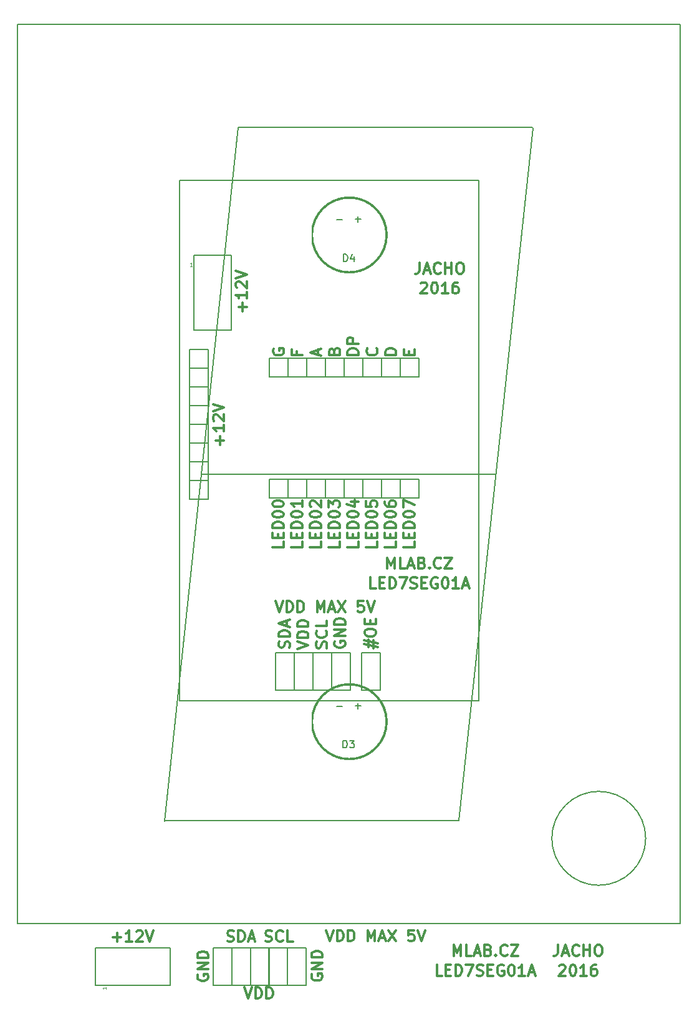
<source format=gbr>
G04 #@! TF.FileFunction,Legend,Top*
%FSLAX46Y46*%
G04 Gerber Fmt 4.6, Leading zero omitted, Abs format (unit mm)*
G04 Created by KiCad (PCBNEW 4.0.1-stable) date 6. 6. 2016 12:29:04*
%MOMM*%
G01*
G04 APERTURE LIST*
%ADD10C,0.500000*%
%ADD11C,0.300000*%
%ADD12C,0.200000*%
%ADD13C,0.150000*%
%ADD14C,0.050000*%
G04 APERTURE END LIST*
D10*
D11*
X50898172Y58859029D02*
X50898172Y60359029D01*
X51398172Y59287600D01*
X51898172Y60359029D01*
X51898172Y58859029D01*
X53326744Y58859029D02*
X52612458Y58859029D01*
X52612458Y60359029D01*
X53755315Y59287600D02*
X54469601Y59287600D01*
X53612458Y58859029D02*
X54112458Y60359029D01*
X54612458Y58859029D01*
X55612458Y59644743D02*
X55826744Y59573314D01*
X55898172Y59501886D01*
X55969601Y59359029D01*
X55969601Y59144743D01*
X55898172Y59001886D01*
X55826744Y58930457D01*
X55683886Y58859029D01*
X55112458Y58859029D01*
X55112458Y60359029D01*
X55612458Y60359029D01*
X55755315Y60287600D01*
X55826744Y60216171D01*
X55898172Y60073314D01*
X55898172Y59930457D01*
X55826744Y59787600D01*
X55755315Y59716171D01*
X55612458Y59644743D01*
X55112458Y59644743D01*
X56612458Y59001886D02*
X56683886Y58930457D01*
X56612458Y58859029D01*
X56541029Y58930457D01*
X56612458Y59001886D01*
X56612458Y58859029D01*
X58183887Y59001886D02*
X58112458Y58930457D01*
X57898172Y58859029D01*
X57755315Y58859029D01*
X57541030Y58930457D01*
X57398172Y59073314D01*
X57326744Y59216171D01*
X57255315Y59501886D01*
X57255315Y59716171D01*
X57326744Y60001886D01*
X57398172Y60144743D01*
X57541030Y60287600D01*
X57755315Y60359029D01*
X57898172Y60359029D01*
X58112458Y60287600D01*
X58183887Y60216171D01*
X58683887Y60359029D02*
X59683887Y60359029D01*
X58683887Y58859029D01*
X59683887Y58859029D01*
X49326744Y56166629D02*
X48612458Y56166629D01*
X48612458Y57666629D01*
X49826744Y56952343D02*
X50326744Y56952343D01*
X50541030Y56166629D02*
X49826744Y56166629D01*
X49826744Y57666629D01*
X50541030Y57666629D01*
X51183887Y56166629D02*
X51183887Y57666629D01*
X51541030Y57666629D01*
X51755315Y57595200D01*
X51898173Y57452343D01*
X51969601Y57309486D01*
X52041030Y57023771D01*
X52041030Y56809486D01*
X51969601Y56523771D01*
X51898173Y56380914D01*
X51755315Y56238057D01*
X51541030Y56166629D01*
X51183887Y56166629D01*
X52541030Y57666629D02*
X53541030Y57666629D01*
X52898173Y56166629D01*
X54041029Y56238057D02*
X54255315Y56166629D01*
X54612458Y56166629D01*
X54755315Y56238057D01*
X54826744Y56309486D01*
X54898172Y56452343D01*
X54898172Y56595200D01*
X54826744Y56738057D01*
X54755315Y56809486D01*
X54612458Y56880914D01*
X54326744Y56952343D01*
X54183886Y57023771D01*
X54112458Y57095200D01*
X54041029Y57238057D01*
X54041029Y57380914D01*
X54112458Y57523771D01*
X54183886Y57595200D01*
X54326744Y57666629D01*
X54683886Y57666629D01*
X54898172Y57595200D01*
X55541029Y56952343D02*
X56041029Y56952343D01*
X56255315Y56166629D02*
X55541029Y56166629D01*
X55541029Y57666629D01*
X56255315Y57666629D01*
X57683886Y57595200D02*
X57541029Y57666629D01*
X57326743Y57666629D01*
X57112458Y57595200D01*
X56969600Y57452343D01*
X56898172Y57309486D01*
X56826743Y57023771D01*
X56826743Y56809486D01*
X56898172Y56523771D01*
X56969600Y56380914D01*
X57112458Y56238057D01*
X57326743Y56166629D01*
X57469600Y56166629D01*
X57683886Y56238057D01*
X57755315Y56309486D01*
X57755315Y56809486D01*
X57469600Y56809486D01*
X58683886Y57666629D02*
X58826743Y57666629D01*
X58969600Y57595200D01*
X59041029Y57523771D01*
X59112458Y57380914D01*
X59183886Y57095200D01*
X59183886Y56738057D01*
X59112458Y56452343D01*
X59041029Y56309486D01*
X58969600Y56238057D01*
X58826743Y56166629D01*
X58683886Y56166629D01*
X58541029Y56238057D01*
X58469600Y56309486D01*
X58398172Y56452343D01*
X58326743Y56738057D01*
X58326743Y57095200D01*
X58398172Y57380914D01*
X58469600Y57523771D01*
X58541029Y57595200D01*
X58683886Y57666629D01*
X60612457Y56166629D02*
X59755314Y56166629D01*
X60183886Y56166629D02*
X60183886Y57666629D01*
X60041029Y57452343D01*
X59898171Y57309486D01*
X59755314Y57238057D01*
X61183885Y56595200D02*
X61898171Y56595200D01*
X61041028Y56166629D02*
X61541028Y57666629D01*
X62041028Y56166629D01*
X55263600Y100389429D02*
X55263600Y99318000D01*
X55192172Y99103714D01*
X55049315Y98960857D01*
X54835029Y98889429D01*
X54692172Y98889429D01*
X55906457Y99318000D02*
X56620743Y99318000D01*
X55763600Y98889429D02*
X56263600Y100389429D01*
X56763600Y98889429D01*
X58120743Y99032286D02*
X58049314Y98960857D01*
X57835028Y98889429D01*
X57692171Y98889429D01*
X57477886Y98960857D01*
X57335028Y99103714D01*
X57263600Y99246571D01*
X57192171Y99532286D01*
X57192171Y99746571D01*
X57263600Y100032286D01*
X57335028Y100175143D01*
X57477886Y100318000D01*
X57692171Y100389429D01*
X57835028Y100389429D01*
X58049314Y100318000D01*
X58120743Y100246571D01*
X58763600Y98889429D02*
X58763600Y100389429D01*
X58763600Y99675143D02*
X59620743Y99675143D01*
X59620743Y98889429D02*
X59620743Y100389429D01*
X60620743Y100389429D02*
X60906457Y100389429D01*
X61049315Y100318000D01*
X61192172Y100175143D01*
X61263600Y99889429D01*
X61263600Y99389429D01*
X61192172Y99103714D01*
X61049315Y98960857D01*
X60906457Y98889429D01*
X60620743Y98889429D01*
X60477886Y98960857D01*
X60335029Y99103714D01*
X60263600Y99389429D01*
X60263600Y99889429D01*
X60335029Y100175143D01*
X60477886Y100318000D01*
X60620743Y100389429D01*
X55442172Y97554171D02*
X55513601Y97625600D01*
X55656458Y97697029D01*
X56013601Y97697029D01*
X56156458Y97625600D01*
X56227887Y97554171D01*
X56299315Y97411314D01*
X56299315Y97268457D01*
X56227887Y97054171D01*
X55370744Y96197029D01*
X56299315Y96197029D01*
X57227886Y97697029D02*
X57370743Y97697029D01*
X57513600Y97625600D01*
X57585029Y97554171D01*
X57656458Y97411314D01*
X57727886Y97125600D01*
X57727886Y96768457D01*
X57656458Y96482743D01*
X57585029Y96339886D01*
X57513600Y96268457D01*
X57370743Y96197029D01*
X57227886Y96197029D01*
X57085029Y96268457D01*
X57013600Y96339886D01*
X56942172Y96482743D01*
X56870743Y96768457D01*
X56870743Y97125600D01*
X56942172Y97411314D01*
X57013600Y97554171D01*
X57085029Y97625600D01*
X57227886Y97697029D01*
X59156457Y96197029D02*
X58299314Y96197029D01*
X58727886Y96197029D02*
X58727886Y97697029D01*
X58585029Y97482743D01*
X58442171Y97339886D01*
X58299314Y97268457D01*
X60442171Y97697029D02*
X60156457Y97697029D01*
X60013600Y97625600D01*
X59942171Y97554171D01*
X59799314Y97339886D01*
X59727885Y97054171D01*
X59727885Y96482743D01*
X59799314Y96339886D01*
X59870742Y96268457D01*
X60013600Y96197029D01*
X60299314Y96197029D01*
X60442171Y96268457D01*
X60513600Y96339886D01*
X60585028Y96482743D01*
X60585028Y96839886D01*
X60513600Y96982743D01*
X60442171Y97054171D01*
X60299314Y97125600D01*
X60013600Y97125600D01*
X59870742Y97054171D01*
X59799314Y96982743D01*
X59727885Y96839886D01*
X35703715Y54466229D02*
X36203715Y52966229D01*
X36703715Y54466229D01*
X37203715Y52966229D02*
X37203715Y54466229D01*
X37560858Y54466229D01*
X37775143Y54394800D01*
X37918001Y54251943D01*
X37989429Y54109086D01*
X38060858Y53823371D01*
X38060858Y53609086D01*
X37989429Y53323371D01*
X37918001Y53180514D01*
X37775143Y53037657D01*
X37560858Y52966229D01*
X37203715Y52966229D01*
X38703715Y52966229D02*
X38703715Y54466229D01*
X39060858Y54466229D01*
X39275143Y54394800D01*
X39418001Y54251943D01*
X39489429Y54109086D01*
X39560858Y53823371D01*
X39560858Y53609086D01*
X39489429Y53323371D01*
X39418001Y53180514D01*
X39275143Y53037657D01*
X39060858Y52966229D01*
X38703715Y52966229D01*
X41346572Y52966229D02*
X41346572Y54466229D01*
X41846572Y53394800D01*
X42346572Y54466229D01*
X42346572Y52966229D01*
X42989429Y53394800D02*
X43703715Y53394800D01*
X42846572Y52966229D02*
X43346572Y54466229D01*
X43846572Y52966229D01*
X44203715Y54466229D02*
X45203715Y52966229D01*
X45203715Y54466229D02*
X44203715Y52966229D01*
X47632286Y54466229D02*
X46918000Y54466229D01*
X46846571Y53751943D01*
X46918000Y53823371D01*
X47060857Y53894800D01*
X47418000Y53894800D01*
X47560857Y53823371D01*
X47632286Y53751943D01*
X47703714Y53609086D01*
X47703714Y53251943D01*
X47632286Y53109086D01*
X47560857Y53037657D01*
X47418000Y52966229D01*
X47060857Y52966229D01*
X46918000Y53037657D01*
X46846571Y53109086D01*
X48132285Y54466229D02*
X48632285Y52966229D01*
X49132285Y54466229D01*
X53842457Y87885543D02*
X53842457Y88385543D01*
X54628171Y88599829D02*
X54628171Y87885543D01*
X53128171Y87885543D01*
X53128171Y88599829D01*
X52088171Y87885543D02*
X50588171Y87885543D01*
X50588171Y88242686D01*
X50659600Y88456971D01*
X50802457Y88599829D01*
X50945314Y88671257D01*
X51231029Y88742686D01*
X51445314Y88742686D01*
X51731029Y88671257D01*
X51873886Y88599829D01*
X52016743Y88456971D01*
X52088171Y88242686D01*
X52088171Y87885543D01*
X49405314Y88742686D02*
X49476743Y88671257D01*
X49548171Y88456971D01*
X49548171Y88314114D01*
X49476743Y88099829D01*
X49333886Y87956971D01*
X49191029Y87885543D01*
X48905314Y87814114D01*
X48691029Y87814114D01*
X48405314Y87885543D01*
X48262457Y87956971D01*
X48119600Y88099829D01*
X48048171Y88314114D01*
X48048171Y88456971D01*
X48119600Y88671257D01*
X48191029Y88742686D01*
X46957371Y87885543D02*
X45457371Y87885543D01*
X45457371Y88242686D01*
X45528800Y88456971D01*
X45671657Y88599829D01*
X45814514Y88671257D01*
X46100229Y88742686D01*
X46314514Y88742686D01*
X46600229Y88671257D01*
X46743086Y88599829D01*
X46885943Y88456971D01*
X46957371Y88242686D01*
X46957371Y87885543D01*
X46957371Y89385543D02*
X45457371Y89385543D01*
X45457371Y89956971D01*
X45528800Y90099829D01*
X45600229Y90171257D01*
X45743086Y90242686D01*
X45957371Y90242686D01*
X46100229Y90171257D01*
X46171657Y90099829D01*
X46243086Y89956971D01*
X46243086Y89385543D01*
X43682457Y88385543D02*
X43753886Y88599829D01*
X43825314Y88671257D01*
X43968171Y88742686D01*
X44182457Y88742686D01*
X44325314Y88671257D01*
X44396743Y88599829D01*
X44468171Y88456971D01*
X44468171Y87885543D01*
X42968171Y87885543D01*
X42968171Y88385543D01*
X43039600Y88528400D01*
X43111029Y88599829D01*
X43253886Y88671257D01*
X43396743Y88671257D01*
X43539600Y88599829D01*
X43611029Y88528400D01*
X43682457Y88385543D01*
X43682457Y87885543D01*
X41499600Y87864914D02*
X41499600Y88579200D01*
X41928171Y87722057D02*
X40428171Y88222057D01*
X41928171Y88722057D01*
X38602457Y88385543D02*
X38602457Y87885543D01*
X39388171Y87885543D02*
X37888171Y87885543D01*
X37888171Y88599829D01*
X35419600Y88671257D02*
X35348171Y88528400D01*
X35348171Y88314114D01*
X35419600Y88099829D01*
X35562457Y87956971D01*
X35705314Y87885543D01*
X35991029Y87814114D01*
X36205314Y87814114D01*
X36491029Y87885543D01*
X36633886Y87956971D01*
X36776743Y88099829D01*
X36848171Y88314114D01*
X36848171Y88456971D01*
X36776743Y88671257D01*
X36705314Y88742686D01*
X36205314Y88742686D01*
X36205314Y88456971D01*
X31247543Y93775544D02*
X31247543Y94918401D01*
X31818971Y94346972D02*
X30676114Y94346972D01*
X31818971Y96418401D02*
X31818971Y95561258D01*
X31818971Y95989830D02*
X30318971Y95989830D01*
X30533257Y95846973D01*
X30676114Y95704115D01*
X30747543Y95561258D01*
X30461829Y96989829D02*
X30390400Y97061258D01*
X30318971Y97204115D01*
X30318971Y97561258D01*
X30390400Y97704115D01*
X30461829Y97775544D01*
X30604686Y97846972D01*
X30747543Y97846972D01*
X30961829Y97775544D01*
X31818971Y96918401D01*
X31818971Y97846972D01*
X30318971Y98275543D02*
X31818971Y98775543D01*
X30318971Y99275543D01*
X28148743Y75690744D02*
X28148743Y76833601D01*
X28720171Y76262172D02*
X27577314Y76262172D01*
X28720171Y78333601D02*
X28720171Y77476458D01*
X28720171Y77905030D02*
X27220171Y77905030D01*
X27434457Y77762173D01*
X27577314Y77619315D01*
X27648743Y77476458D01*
X27363029Y78905029D02*
X27291600Y78976458D01*
X27220171Y79119315D01*
X27220171Y79476458D01*
X27291600Y79619315D01*
X27363029Y79690744D01*
X27505886Y79762172D01*
X27648743Y79762172D01*
X27863029Y79690744D01*
X28720171Y78833601D01*
X28720171Y79762172D01*
X27220171Y80190743D02*
X28720171Y80690743D01*
X27220171Y81190743D01*
X54577371Y62519658D02*
X54577371Y61805372D01*
X53077371Y61805372D01*
X53791657Y63019658D02*
X53791657Y63519658D01*
X54577371Y63733944D02*
X54577371Y63019658D01*
X53077371Y63019658D01*
X53077371Y63733944D01*
X54577371Y64376801D02*
X53077371Y64376801D01*
X53077371Y64733944D01*
X53148800Y64948229D01*
X53291657Y65091087D01*
X53434514Y65162515D01*
X53720229Y65233944D01*
X53934514Y65233944D01*
X54220229Y65162515D01*
X54363086Y65091087D01*
X54505943Y64948229D01*
X54577371Y64733944D01*
X54577371Y64376801D01*
X53077371Y66162515D02*
X53077371Y66305372D01*
X53148800Y66448229D01*
X53220229Y66519658D01*
X53363086Y66591087D01*
X53648800Y66662515D01*
X54005943Y66662515D01*
X54291657Y66591087D01*
X54434514Y66519658D01*
X54505943Y66448229D01*
X54577371Y66305372D01*
X54577371Y66162515D01*
X54505943Y66019658D01*
X54434514Y65948229D01*
X54291657Y65876801D01*
X54005943Y65805372D01*
X53648800Y65805372D01*
X53363086Y65876801D01*
X53220229Y65948229D01*
X53148800Y66019658D01*
X53077371Y66162515D01*
X53077371Y67162515D02*
X53077371Y68162515D01*
X54577371Y67519658D01*
X52037371Y62519658D02*
X52037371Y61805372D01*
X50537371Y61805372D01*
X51251657Y63019658D02*
X51251657Y63519658D01*
X52037371Y63733944D02*
X52037371Y63019658D01*
X50537371Y63019658D01*
X50537371Y63733944D01*
X52037371Y64376801D02*
X50537371Y64376801D01*
X50537371Y64733944D01*
X50608800Y64948229D01*
X50751657Y65091087D01*
X50894514Y65162515D01*
X51180229Y65233944D01*
X51394514Y65233944D01*
X51680229Y65162515D01*
X51823086Y65091087D01*
X51965943Y64948229D01*
X52037371Y64733944D01*
X52037371Y64376801D01*
X50537371Y66162515D02*
X50537371Y66305372D01*
X50608800Y66448229D01*
X50680229Y66519658D01*
X50823086Y66591087D01*
X51108800Y66662515D01*
X51465943Y66662515D01*
X51751657Y66591087D01*
X51894514Y66519658D01*
X51965943Y66448229D01*
X52037371Y66305372D01*
X52037371Y66162515D01*
X51965943Y66019658D01*
X51894514Y65948229D01*
X51751657Y65876801D01*
X51465943Y65805372D01*
X51108800Y65805372D01*
X50823086Y65876801D01*
X50680229Y65948229D01*
X50608800Y66019658D01*
X50537371Y66162515D01*
X50537371Y67948229D02*
X50537371Y67662515D01*
X50608800Y67519658D01*
X50680229Y67448229D01*
X50894514Y67305372D01*
X51180229Y67233943D01*
X51751657Y67233943D01*
X51894514Y67305372D01*
X51965943Y67376800D01*
X52037371Y67519658D01*
X52037371Y67805372D01*
X51965943Y67948229D01*
X51894514Y68019658D01*
X51751657Y68091086D01*
X51394514Y68091086D01*
X51251657Y68019658D01*
X51180229Y67948229D01*
X51108800Y67805372D01*
X51108800Y67519658D01*
X51180229Y67376800D01*
X51251657Y67305372D01*
X51394514Y67233943D01*
X49497371Y62519658D02*
X49497371Y61805372D01*
X47997371Y61805372D01*
X48711657Y63019658D02*
X48711657Y63519658D01*
X49497371Y63733944D02*
X49497371Y63019658D01*
X47997371Y63019658D01*
X47997371Y63733944D01*
X49497371Y64376801D02*
X47997371Y64376801D01*
X47997371Y64733944D01*
X48068800Y64948229D01*
X48211657Y65091087D01*
X48354514Y65162515D01*
X48640229Y65233944D01*
X48854514Y65233944D01*
X49140229Y65162515D01*
X49283086Y65091087D01*
X49425943Y64948229D01*
X49497371Y64733944D01*
X49497371Y64376801D01*
X47997371Y66162515D02*
X47997371Y66305372D01*
X48068800Y66448229D01*
X48140229Y66519658D01*
X48283086Y66591087D01*
X48568800Y66662515D01*
X48925943Y66662515D01*
X49211657Y66591087D01*
X49354514Y66519658D01*
X49425943Y66448229D01*
X49497371Y66305372D01*
X49497371Y66162515D01*
X49425943Y66019658D01*
X49354514Y65948229D01*
X49211657Y65876801D01*
X48925943Y65805372D01*
X48568800Y65805372D01*
X48283086Y65876801D01*
X48140229Y65948229D01*
X48068800Y66019658D01*
X47997371Y66162515D01*
X47997371Y68019658D02*
X47997371Y67305372D01*
X48711657Y67233943D01*
X48640229Y67305372D01*
X48568800Y67448229D01*
X48568800Y67805372D01*
X48640229Y67948229D01*
X48711657Y68019658D01*
X48854514Y68091086D01*
X49211657Y68091086D01*
X49354514Y68019658D01*
X49425943Y67948229D01*
X49497371Y67805372D01*
X49497371Y67448229D01*
X49425943Y67305372D01*
X49354514Y67233943D01*
X46957371Y62519658D02*
X46957371Y61805372D01*
X45457371Y61805372D01*
X46171657Y63019658D02*
X46171657Y63519658D01*
X46957371Y63733944D02*
X46957371Y63019658D01*
X45457371Y63019658D01*
X45457371Y63733944D01*
X46957371Y64376801D02*
X45457371Y64376801D01*
X45457371Y64733944D01*
X45528800Y64948229D01*
X45671657Y65091087D01*
X45814514Y65162515D01*
X46100229Y65233944D01*
X46314514Y65233944D01*
X46600229Y65162515D01*
X46743086Y65091087D01*
X46885943Y64948229D01*
X46957371Y64733944D01*
X46957371Y64376801D01*
X45457371Y66162515D02*
X45457371Y66305372D01*
X45528800Y66448229D01*
X45600229Y66519658D01*
X45743086Y66591087D01*
X46028800Y66662515D01*
X46385943Y66662515D01*
X46671657Y66591087D01*
X46814514Y66519658D01*
X46885943Y66448229D01*
X46957371Y66305372D01*
X46957371Y66162515D01*
X46885943Y66019658D01*
X46814514Y65948229D01*
X46671657Y65876801D01*
X46385943Y65805372D01*
X46028800Y65805372D01*
X45743086Y65876801D01*
X45600229Y65948229D01*
X45528800Y66019658D01*
X45457371Y66162515D01*
X45957371Y67948229D02*
X46957371Y67948229D01*
X45385943Y67591086D02*
X46457371Y67233943D01*
X46457371Y68162515D01*
X44417371Y62519658D02*
X44417371Y61805372D01*
X42917371Y61805372D01*
X43631657Y63019658D02*
X43631657Y63519658D01*
X44417371Y63733944D02*
X44417371Y63019658D01*
X42917371Y63019658D01*
X42917371Y63733944D01*
X44417371Y64376801D02*
X42917371Y64376801D01*
X42917371Y64733944D01*
X42988800Y64948229D01*
X43131657Y65091087D01*
X43274514Y65162515D01*
X43560229Y65233944D01*
X43774514Y65233944D01*
X44060229Y65162515D01*
X44203086Y65091087D01*
X44345943Y64948229D01*
X44417371Y64733944D01*
X44417371Y64376801D01*
X42917371Y66162515D02*
X42917371Y66305372D01*
X42988800Y66448229D01*
X43060229Y66519658D01*
X43203086Y66591087D01*
X43488800Y66662515D01*
X43845943Y66662515D01*
X44131657Y66591087D01*
X44274514Y66519658D01*
X44345943Y66448229D01*
X44417371Y66305372D01*
X44417371Y66162515D01*
X44345943Y66019658D01*
X44274514Y65948229D01*
X44131657Y65876801D01*
X43845943Y65805372D01*
X43488800Y65805372D01*
X43203086Y65876801D01*
X43060229Y65948229D01*
X42988800Y66019658D01*
X42917371Y66162515D01*
X42917371Y67162515D02*
X42917371Y68091086D01*
X43488800Y67591086D01*
X43488800Y67805372D01*
X43560229Y67948229D01*
X43631657Y68019658D01*
X43774514Y68091086D01*
X44131657Y68091086D01*
X44274514Y68019658D01*
X44345943Y67948229D01*
X44417371Y67805372D01*
X44417371Y67376800D01*
X44345943Y67233943D01*
X44274514Y67162515D01*
X41877371Y62519658D02*
X41877371Y61805372D01*
X40377371Y61805372D01*
X41091657Y63019658D02*
X41091657Y63519658D01*
X41877371Y63733944D02*
X41877371Y63019658D01*
X40377371Y63019658D01*
X40377371Y63733944D01*
X41877371Y64376801D02*
X40377371Y64376801D01*
X40377371Y64733944D01*
X40448800Y64948229D01*
X40591657Y65091087D01*
X40734514Y65162515D01*
X41020229Y65233944D01*
X41234514Y65233944D01*
X41520229Y65162515D01*
X41663086Y65091087D01*
X41805943Y64948229D01*
X41877371Y64733944D01*
X41877371Y64376801D01*
X40377371Y66162515D02*
X40377371Y66305372D01*
X40448800Y66448229D01*
X40520229Y66519658D01*
X40663086Y66591087D01*
X40948800Y66662515D01*
X41305943Y66662515D01*
X41591657Y66591087D01*
X41734514Y66519658D01*
X41805943Y66448229D01*
X41877371Y66305372D01*
X41877371Y66162515D01*
X41805943Y66019658D01*
X41734514Y65948229D01*
X41591657Y65876801D01*
X41305943Y65805372D01*
X40948800Y65805372D01*
X40663086Y65876801D01*
X40520229Y65948229D01*
X40448800Y66019658D01*
X40377371Y66162515D01*
X40520229Y67233943D02*
X40448800Y67305372D01*
X40377371Y67448229D01*
X40377371Y67805372D01*
X40448800Y67948229D01*
X40520229Y68019658D01*
X40663086Y68091086D01*
X40805943Y68091086D01*
X41020229Y68019658D01*
X41877371Y67162515D01*
X41877371Y68091086D01*
X39337371Y62519658D02*
X39337371Y61805372D01*
X37837371Y61805372D01*
X38551657Y63019658D02*
X38551657Y63519658D01*
X39337371Y63733944D02*
X39337371Y63019658D01*
X37837371Y63019658D01*
X37837371Y63733944D01*
X39337371Y64376801D02*
X37837371Y64376801D01*
X37837371Y64733944D01*
X37908800Y64948229D01*
X38051657Y65091087D01*
X38194514Y65162515D01*
X38480229Y65233944D01*
X38694514Y65233944D01*
X38980229Y65162515D01*
X39123086Y65091087D01*
X39265943Y64948229D01*
X39337371Y64733944D01*
X39337371Y64376801D01*
X37837371Y66162515D02*
X37837371Y66305372D01*
X37908800Y66448229D01*
X37980229Y66519658D01*
X38123086Y66591087D01*
X38408800Y66662515D01*
X38765943Y66662515D01*
X39051657Y66591087D01*
X39194514Y66519658D01*
X39265943Y66448229D01*
X39337371Y66305372D01*
X39337371Y66162515D01*
X39265943Y66019658D01*
X39194514Y65948229D01*
X39051657Y65876801D01*
X38765943Y65805372D01*
X38408800Y65805372D01*
X38123086Y65876801D01*
X37980229Y65948229D01*
X37908800Y66019658D01*
X37837371Y66162515D01*
X39337371Y68091086D02*
X39337371Y67233943D01*
X39337371Y67662515D02*
X37837371Y67662515D01*
X38051657Y67519658D01*
X38194514Y67376800D01*
X38265943Y67233943D01*
X36797371Y62519658D02*
X36797371Y61805372D01*
X35297371Y61805372D01*
X36011657Y63019658D02*
X36011657Y63519658D01*
X36797371Y63733944D02*
X36797371Y63019658D01*
X35297371Y63019658D01*
X35297371Y63733944D01*
X36797371Y64376801D02*
X35297371Y64376801D01*
X35297371Y64733944D01*
X35368800Y64948229D01*
X35511657Y65091087D01*
X35654514Y65162515D01*
X35940229Y65233944D01*
X36154514Y65233944D01*
X36440229Y65162515D01*
X36583086Y65091087D01*
X36725943Y64948229D01*
X36797371Y64733944D01*
X36797371Y64376801D01*
X35297371Y66162515D02*
X35297371Y66305372D01*
X35368800Y66448229D01*
X35440229Y66519658D01*
X35583086Y66591087D01*
X35868800Y66662515D01*
X36225943Y66662515D01*
X36511657Y66591087D01*
X36654514Y66519658D01*
X36725943Y66448229D01*
X36797371Y66305372D01*
X36797371Y66162515D01*
X36725943Y66019658D01*
X36654514Y65948229D01*
X36511657Y65876801D01*
X36225943Y65805372D01*
X35868800Y65805372D01*
X35583086Y65876801D01*
X35440229Y65948229D01*
X35368800Y66019658D01*
X35297371Y66162515D01*
X35297371Y67591086D02*
X35297371Y67733943D01*
X35368800Y67876800D01*
X35440229Y67948229D01*
X35583086Y68019658D01*
X35868800Y68091086D01*
X36225943Y68091086D01*
X36511657Y68019658D01*
X36654514Y67948229D01*
X36725943Y67876800D01*
X36797371Y67733943D01*
X36797371Y67591086D01*
X36725943Y67448229D01*
X36654514Y67376800D01*
X36511657Y67305372D01*
X36225943Y67233943D01*
X35868800Y67233943D01*
X35583086Y67305372D01*
X35440229Y67376800D01*
X35368800Y67448229D01*
X35297371Y67591086D01*
X48344971Y48190114D02*
X48344971Y49261543D01*
X47702114Y48618686D02*
X49630686Y48190114D01*
X48987829Y49118686D02*
X48987829Y48047257D01*
X49630686Y48690114D02*
X47702114Y49118686D01*
X47844971Y50047257D02*
X47844971Y50332971D01*
X47916400Y50475829D01*
X48059257Y50618686D01*
X48344971Y50690114D01*
X48844971Y50690114D01*
X49130686Y50618686D01*
X49273543Y50475829D01*
X49344971Y50332971D01*
X49344971Y50047257D01*
X49273543Y49904400D01*
X49130686Y49761543D01*
X48844971Y49690114D01*
X48344971Y49690114D01*
X48059257Y49761543D01*
X47916400Y49904400D01*
X47844971Y50047257D01*
X48559257Y51332972D02*
X48559257Y51832972D01*
X49344971Y52047258D02*
X49344971Y51332972D01*
X47844971Y51332972D01*
X47844971Y52047258D01*
X43750800Y48996457D02*
X43679371Y48853600D01*
X43679371Y48639314D01*
X43750800Y48425029D01*
X43893657Y48282171D01*
X44036514Y48210743D01*
X44322229Y48139314D01*
X44536514Y48139314D01*
X44822229Y48210743D01*
X44965086Y48282171D01*
X45107943Y48425029D01*
X45179371Y48639314D01*
X45179371Y48782171D01*
X45107943Y48996457D01*
X45036514Y49067886D01*
X44536514Y49067886D01*
X44536514Y48782171D01*
X45179371Y49710743D02*
X43679371Y49710743D01*
X45179371Y50567886D01*
X43679371Y50567886D01*
X45179371Y51282172D02*
X43679371Y51282172D01*
X43679371Y51639315D01*
X43750800Y51853600D01*
X43893657Y51996458D01*
X44036514Y52067886D01*
X44322229Y52139315D01*
X44536514Y52139315D01*
X44822229Y52067886D01*
X44965086Y51996458D01*
X45107943Y51853600D01*
X45179371Y51639315D01*
X45179371Y51282172D01*
X37589543Y48139314D02*
X37660971Y48353600D01*
X37660971Y48710743D01*
X37589543Y48853600D01*
X37518114Y48925029D01*
X37375257Y48996457D01*
X37232400Y48996457D01*
X37089543Y48925029D01*
X37018114Y48853600D01*
X36946686Y48710743D01*
X36875257Y48425029D01*
X36803829Y48282171D01*
X36732400Y48210743D01*
X36589543Y48139314D01*
X36446686Y48139314D01*
X36303829Y48210743D01*
X36232400Y48282171D01*
X36160971Y48425029D01*
X36160971Y48782171D01*
X36232400Y48996457D01*
X37660971Y49639314D02*
X36160971Y49639314D01*
X36160971Y49996457D01*
X36232400Y50210742D01*
X36375257Y50353600D01*
X36518114Y50425028D01*
X36803829Y50496457D01*
X37018114Y50496457D01*
X37303829Y50425028D01*
X37446686Y50353600D01*
X37589543Y50210742D01*
X37660971Y49996457D01*
X37660971Y49639314D01*
X37232400Y51067885D02*
X37232400Y51782171D01*
X37660971Y50925028D02*
X36160971Y51425028D01*
X37660971Y51925028D01*
X38650171Y47996457D02*
X40150171Y48496457D01*
X38650171Y48996457D01*
X40150171Y49496457D02*
X38650171Y49496457D01*
X38650171Y49853600D01*
X38721600Y50067885D01*
X38864457Y50210743D01*
X39007314Y50282171D01*
X39293029Y50353600D01*
X39507314Y50353600D01*
X39793029Y50282171D01*
X39935886Y50210743D01*
X40078743Y50067885D01*
X40150171Y49853600D01*
X40150171Y49496457D01*
X40150171Y50996457D02*
X38650171Y50996457D01*
X38650171Y51353600D01*
X38721600Y51567885D01*
X38864457Y51710743D01*
X39007314Y51782171D01*
X39293029Y51853600D01*
X39507314Y51853600D01*
X39793029Y51782171D01*
X39935886Y51710743D01*
X40078743Y51567885D01*
X40150171Y51353600D01*
X40150171Y50996457D01*
X42618743Y48088514D02*
X42690171Y48302800D01*
X42690171Y48659943D01*
X42618743Y48802800D01*
X42547314Y48874229D01*
X42404457Y48945657D01*
X42261600Y48945657D01*
X42118743Y48874229D01*
X42047314Y48802800D01*
X41975886Y48659943D01*
X41904457Y48374229D01*
X41833029Y48231371D01*
X41761600Y48159943D01*
X41618743Y48088514D01*
X41475886Y48088514D01*
X41333029Y48159943D01*
X41261600Y48231371D01*
X41190171Y48374229D01*
X41190171Y48731371D01*
X41261600Y48945657D01*
X42547314Y50445657D02*
X42618743Y50374228D01*
X42690171Y50159942D01*
X42690171Y50017085D01*
X42618743Y49802800D01*
X42475886Y49659942D01*
X42333029Y49588514D01*
X42047314Y49517085D01*
X41833029Y49517085D01*
X41547314Y49588514D01*
X41404457Y49659942D01*
X41261600Y49802800D01*
X41190171Y50017085D01*
X41190171Y50159942D01*
X41261600Y50374228D01*
X41333029Y50445657D01*
X42690171Y51802800D02*
X42690171Y51088514D01*
X41190171Y51088514D01*
X58318344Y3639429D02*
X57604058Y3639429D01*
X57604058Y5139429D01*
X58818344Y4425143D02*
X59318344Y4425143D01*
X59532630Y3639429D02*
X58818344Y3639429D01*
X58818344Y5139429D01*
X59532630Y5139429D01*
X60175487Y3639429D02*
X60175487Y5139429D01*
X60532630Y5139429D01*
X60746915Y5068000D01*
X60889773Y4925143D01*
X60961201Y4782286D01*
X61032630Y4496571D01*
X61032630Y4282286D01*
X60961201Y3996571D01*
X60889773Y3853714D01*
X60746915Y3710857D01*
X60532630Y3639429D01*
X60175487Y3639429D01*
X61532630Y5139429D02*
X62532630Y5139429D01*
X61889773Y3639429D01*
X63032629Y3710857D02*
X63246915Y3639429D01*
X63604058Y3639429D01*
X63746915Y3710857D01*
X63818344Y3782286D01*
X63889772Y3925143D01*
X63889772Y4068000D01*
X63818344Y4210857D01*
X63746915Y4282286D01*
X63604058Y4353714D01*
X63318344Y4425143D01*
X63175486Y4496571D01*
X63104058Y4568000D01*
X63032629Y4710857D01*
X63032629Y4853714D01*
X63104058Y4996571D01*
X63175486Y5068000D01*
X63318344Y5139429D01*
X63675486Y5139429D01*
X63889772Y5068000D01*
X64532629Y4425143D02*
X65032629Y4425143D01*
X65246915Y3639429D02*
X64532629Y3639429D01*
X64532629Y5139429D01*
X65246915Y5139429D01*
X66675486Y5068000D02*
X66532629Y5139429D01*
X66318343Y5139429D01*
X66104058Y5068000D01*
X65961200Y4925143D01*
X65889772Y4782286D01*
X65818343Y4496571D01*
X65818343Y4282286D01*
X65889772Y3996571D01*
X65961200Y3853714D01*
X66104058Y3710857D01*
X66318343Y3639429D01*
X66461200Y3639429D01*
X66675486Y3710857D01*
X66746915Y3782286D01*
X66746915Y4282286D01*
X66461200Y4282286D01*
X67675486Y5139429D02*
X67818343Y5139429D01*
X67961200Y5068000D01*
X68032629Y4996571D01*
X68104058Y4853714D01*
X68175486Y4568000D01*
X68175486Y4210857D01*
X68104058Y3925143D01*
X68032629Y3782286D01*
X67961200Y3710857D01*
X67818343Y3639429D01*
X67675486Y3639429D01*
X67532629Y3710857D01*
X67461200Y3782286D01*
X67389772Y3925143D01*
X67318343Y4210857D01*
X67318343Y4568000D01*
X67389772Y4853714D01*
X67461200Y4996571D01*
X67532629Y5068000D01*
X67675486Y5139429D01*
X69604057Y3639429D02*
X68746914Y3639429D01*
X69175486Y3639429D02*
X69175486Y5139429D01*
X69032629Y4925143D01*
X68889771Y4782286D01*
X68746914Y4710857D01*
X70175485Y4068000D02*
X70889771Y4068000D01*
X70032628Y3639429D02*
X70532628Y5139429D01*
X71032628Y3639429D01*
X74238172Y4996571D02*
X74309601Y5068000D01*
X74452458Y5139429D01*
X74809601Y5139429D01*
X74952458Y5068000D01*
X75023887Y4996571D01*
X75095315Y4853714D01*
X75095315Y4710857D01*
X75023887Y4496571D01*
X74166744Y3639429D01*
X75095315Y3639429D01*
X76023886Y5139429D02*
X76166743Y5139429D01*
X76309600Y5068000D01*
X76381029Y4996571D01*
X76452458Y4853714D01*
X76523886Y4568000D01*
X76523886Y4210857D01*
X76452458Y3925143D01*
X76381029Y3782286D01*
X76309600Y3710857D01*
X76166743Y3639429D01*
X76023886Y3639429D01*
X75881029Y3710857D01*
X75809600Y3782286D01*
X75738172Y3925143D01*
X75666743Y4210857D01*
X75666743Y4568000D01*
X75738172Y4853714D01*
X75809600Y4996571D01*
X75881029Y5068000D01*
X76023886Y5139429D01*
X77952457Y3639429D02*
X77095314Y3639429D01*
X77523886Y3639429D02*
X77523886Y5139429D01*
X77381029Y4925143D01*
X77238171Y4782286D01*
X77095314Y4710857D01*
X79238171Y5139429D02*
X78952457Y5139429D01*
X78809600Y5068000D01*
X78738171Y4996571D01*
X78595314Y4782286D01*
X78523885Y4496571D01*
X78523885Y3925143D01*
X78595314Y3782286D01*
X78666742Y3710857D01*
X78809600Y3639429D01*
X79095314Y3639429D01*
X79238171Y3710857D01*
X79309600Y3782286D01*
X79381028Y3925143D01*
X79381028Y4282286D01*
X79309600Y4425143D01*
X79238171Y4496571D01*
X79095314Y4568000D01*
X78809600Y4568000D01*
X78666742Y4496571D01*
X78595314Y4425143D01*
X78523885Y4282286D01*
X74059600Y7831829D02*
X74059600Y6760400D01*
X73988172Y6546114D01*
X73845315Y6403257D01*
X73631029Y6331829D01*
X73488172Y6331829D01*
X74702457Y6760400D02*
X75416743Y6760400D01*
X74559600Y6331829D02*
X75059600Y7831829D01*
X75559600Y6331829D01*
X76916743Y6474686D02*
X76845314Y6403257D01*
X76631028Y6331829D01*
X76488171Y6331829D01*
X76273886Y6403257D01*
X76131028Y6546114D01*
X76059600Y6688971D01*
X75988171Y6974686D01*
X75988171Y7188971D01*
X76059600Y7474686D01*
X76131028Y7617543D01*
X76273886Y7760400D01*
X76488171Y7831829D01*
X76631028Y7831829D01*
X76845314Y7760400D01*
X76916743Y7688971D01*
X77559600Y6331829D02*
X77559600Y7831829D01*
X77559600Y7117543D02*
X78416743Y7117543D01*
X78416743Y6331829D02*
X78416743Y7831829D01*
X79416743Y7831829D02*
X79702457Y7831829D01*
X79845315Y7760400D01*
X79988172Y7617543D01*
X80059600Y7331829D01*
X80059600Y6831829D01*
X79988172Y6546114D01*
X79845315Y6403257D01*
X79702457Y6331829D01*
X79416743Y6331829D01*
X79273886Y6403257D01*
X79131029Y6546114D01*
X79059600Y6831829D01*
X79059600Y7331829D01*
X79131029Y7617543D01*
X79273886Y7760400D01*
X79416743Y7831829D01*
X59889772Y6331829D02*
X59889772Y7831829D01*
X60389772Y6760400D01*
X60889772Y7831829D01*
X60889772Y6331829D01*
X62318344Y6331829D02*
X61604058Y6331829D01*
X61604058Y7831829D01*
X62746915Y6760400D02*
X63461201Y6760400D01*
X62604058Y6331829D02*
X63104058Y7831829D01*
X63604058Y6331829D01*
X64604058Y7117543D02*
X64818344Y7046114D01*
X64889772Y6974686D01*
X64961201Y6831829D01*
X64961201Y6617543D01*
X64889772Y6474686D01*
X64818344Y6403257D01*
X64675486Y6331829D01*
X64104058Y6331829D01*
X64104058Y7831829D01*
X64604058Y7831829D01*
X64746915Y7760400D01*
X64818344Y7688971D01*
X64889772Y7546114D01*
X64889772Y7403257D01*
X64818344Y7260400D01*
X64746915Y7188971D01*
X64604058Y7117543D01*
X64104058Y7117543D01*
X65604058Y6474686D02*
X65675486Y6403257D01*
X65604058Y6331829D01*
X65532629Y6403257D01*
X65604058Y6474686D01*
X65604058Y6331829D01*
X67175487Y6474686D02*
X67104058Y6403257D01*
X66889772Y6331829D01*
X66746915Y6331829D01*
X66532630Y6403257D01*
X66389772Y6546114D01*
X66318344Y6688971D01*
X66246915Y6974686D01*
X66246915Y7188971D01*
X66318344Y7474686D01*
X66389772Y7617543D01*
X66532630Y7760400D01*
X66746915Y7831829D01*
X66889772Y7831829D01*
X67104058Y7760400D01*
X67175487Y7688971D01*
X67675487Y7831829D02*
X68675487Y7831829D01*
X67675487Y6331829D01*
X68675487Y6331829D01*
X42561715Y9813029D02*
X43061715Y8313029D01*
X43561715Y9813029D01*
X44061715Y8313029D02*
X44061715Y9813029D01*
X44418858Y9813029D01*
X44633143Y9741600D01*
X44776001Y9598743D01*
X44847429Y9455886D01*
X44918858Y9170171D01*
X44918858Y8955886D01*
X44847429Y8670171D01*
X44776001Y8527314D01*
X44633143Y8384457D01*
X44418858Y8313029D01*
X44061715Y8313029D01*
X45561715Y8313029D02*
X45561715Y9813029D01*
X45918858Y9813029D01*
X46133143Y9741600D01*
X46276001Y9598743D01*
X46347429Y9455886D01*
X46418858Y9170171D01*
X46418858Y8955886D01*
X46347429Y8670171D01*
X46276001Y8527314D01*
X46133143Y8384457D01*
X45918858Y8313029D01*
X45561715Y8313029D01*
X48204572Y8313029D02*
X48204572Y9813029D01*
X48704572Y8741600D01*
X49204572Y9813029D01*
X49204572Y8313029D01*
X49847429Y8741600D02*
X50561715Y8741600D01*
X49704572Y8313029D02*
X50204572Y9813029D01*
X50704572Y8313029D01*
X51061715Y9813029D02*
X52061715Y8313029D01*
X52061715Y9813029D02*
X51061715Y8313029D01*
X54490286Y9813029D02*
X53776000Y9813029D01*
X53704571Y9098743D01*
X53776000Y9170171D01*
X53918857Y9241600D01*
X54276000Y9241600D01*
X54418857Y9170171D01*
X54490286Y9098743D01*
X54561714Y8955886D01*
X54561714Y8598743D01*
X54490286Y8455886D01*
X54418857Y8384457D01*
X54276000Y8313029D01*
X53918857Y8313029D01*
X53776000Y8384457D01*
X53704571Y8455886D01*
X54990285Y9813029D02*
X55490285Y8313029D01*
X55990285Y9813029D01*
X25158000Y3784743D02*
X25086571Y3641886D01*
X25086571Y3427600D01*
X25158000Y3213315D01*
X25300857Y3070457D01*
X25443714Y2999029D01*
X25729429Y2927600D01*
X25943714Y2927600D01*
X26229429Y2999029D01*
X26372286Y3070457D01*
X26515143Y3213315D01*
X26586571Y3427600D01*
X26586571Y3570457D01*
X26515143Y3784743D01*
X26443714Y3856172D01*
X25943714Y3856172D01*
X25943714Y3570457D01*
X26586571Y4499029D02*
X25086571Y4499029D01*
X26586571Y5356172D01*
X25086571Y5356172D01*
X26586571Y6070458D02*
X25086571Y6070458D01*
X25086571Y6427601D01*
X25158000Y6641886D01*
X25300857Y6784744D01*
X25443714Y6856172D01*
X25729429Y6927601D01*
X25943714Y6927601D01*
X26229429Y6856172D01*
X26372286Y6784744D01*
X26515143Y6641886D01*
X26586571Y6427601D01*
X26586571Y6070458D01*
X40652000Y3835543D02*
X40580571Y3692686D01*
X40580571Y3478400D01*
X40652000Y3264115D01*
X40794857Y3121257D01*
X40937714Y3049829D01*
X41223429Y2978400D01*
X41437714Y2978400D01*
X41723429Y3049829D01*
X41866286Y3121257D01*
X42009143Y3264115D01*
X42080571Y3478400D01*
X42080571Y3621257D01*
X42009143Y3835543D01*
X41937714Y3906972D01*
X41437714Y3906972D01*
X41437714Y3621257D01*
X42080571Y4549829D02*
X40580571Y4549829D01*
X42080571Y5406972D01*
X40580571Y5406972D01*
X42080571Y6121258D02*
X40580571Y6121258D01*
X40580571Y6478401D01*
X40652000Y6692686D01*
X40794857Y6835544D01*
X40937714Y6906972D01*
X41223429Y6978401D01*
X41437714Y6978401D01*
X41723429Y6906972D01*
X41866286Y6835544D01*
X42009143Y6692686D01*
X42080571Y6478401D01*
X42080571Y6121258D01*
X31477200Y2040629D02*
X31977200Y540629D01*
X32477200Y2040629D01*
X32977200Y540629D02*
X32977200Y2040629D01*
X33334343Y2040629D01*
X33548628Y1969200D01*
X33691486Y1826343D01*
X33762914Y1683486D01*
X33834343Y1397771D01*
X33834343Y1183486D01*
X33762914Y897771D01*
X33691486Y754914D01*
X33548628Y612057D01*
X33334343Y540629D01*
X32977200Y540629D01*
X34477200Y540629D02*
X34477200Y2040629D01*
X34834343Y2040629D01*
X35048628Y1969200D01*
X35191486Y1826343D01*
X35262914Y1683486D01*
X35334343Y1397771D01*
X35334343Y1183486D01*
X35262914Y897771D01*
X35191486Y754914D01*
X35048628Y612057D01*
X34834343Y540629D01*
X34477200Y540629D01*
X34333086Y8333657D02*
X34547372Y8262229D01*
X34904515Y8262229D01*
X35047372Y8333657D01*
X35118801Y8405086D01*
X35190229Y8547943D01*
X35190229Y8690800D01*
X35118801Y8833657D01*
X35047372Y8905086D01*
X34904515Y8976514D01*
X34618801Y9047943D01*
X34475943Y9119371D01*
X34404515Y9190800D01*
X34333086Y9333657D01*
X34333086Y9476514D01*
X34404515Y9619371D01*
X34475943Y9690800D01*
X34618801Y9762229D01*
X34975943Y9762229D01*
X35190229Y9690800D01*
X36690229Y8405086D02*
X36618800Y8333657D01*
X36404514Y8262229D01*
X36261657Y8262229D01*
X36047372Y8333657D01*
X35904514Y8476514D01*
X35833086Y8619371D01*
X35761657Y8905086D01*
X35761657Y9119371D01*
X35833086Y9405086D01*
X35904514Y9547943D01*
X36047372Y9690800D01*
X36261657Y9762229D01*
X36404514Y9762229D01*
X36618800Y9690800D01*
X36690229Y9619371D01*
X38047372Y8262229D02*
X37333086Y8262229D01*
X37333086Y9762229D01*
X29166572Y8333657D02*
X29380858Y8262229D01*
X29738001Y8262229D01*
X29880858Y8333657D01*
X29952287Y8405086D01*
X30023715Y8547943D01*
X30023715Y8690800D01*
X29952287Y8833657D01*
X29880858Y8905086D01*
X29738001Y8976514D01*
X29452287Y9047943D01*
X29309429Y9119371D01*
X29238001Y9190800D01*
X29166572Y9333657D01*
X29166572Y9476514D01*
X29238001Y9619371D01*
X29309429Y9690800D01*
X29452287Y9762229D01*
X29809429Y9762229D01*
X30023715Y9690800D01*
X30666572Y8262229D02*
X30666572Y9762229D01*
X31023715Y9762229D01*
X31238000Y9690800D01*
X31380858Y9547943D01*
X31452286Y9405086D01*
X31523715Y9119371D01*
X31523715Y8905086D01*
X31452286Y8619371D01*
X31380858Y8476514D01*
X31238000Y8333657D01*
X31023715Y8262229D01*
X30666572Y8262229D01*
X32095143Y8690800D02*
X32809429Y8690800D01*
X31952286Y8262229D02*
X32452286Y9762229D01*
X32952286Y8262229D01*
X13613144Y8833657D02*
X14756001Y8833657D01*
X14184572Y8262229D02*
X14184572Y9405086D01*
X16256001Y8262229D02*
X15398858Y8262229D01*
X15827430Y8262229D02*
X15827430Y9762229D01*
X15684573Y9547943D01*
X15541715Y9405086D01*
X15398858Y9333657D01*
X16827429Y9619371D02*
X16898858Y9690800D01*
X17041715Y9762229D01*
X17398858Y9762229D01*
X17541715Y9690800D01*
X17613144Y9619371D01*
X17684572Y9476514D01*
X17684572Y9333657D01*
X17613144Y9119371D01*
X16756001Y8262229D01*
X17684572Y8262229D01*
X18113143Y9762229D02*
X18613143Y8262229D01*
X19113143Y9762229D01*
D12*
X22700800Y40918000D02*
X22700800Y111530000D01*
X63340800Y40918000D02*
X22700800Y40918000D01*
X63340800Y111530000D02*
X63340800Y40918000D01*
X22700800Y111530000D02*
X63340800Y111530000D01*
D13*
X25603200Y71676800D02*
X65620900Y71689500D01*
X70650100Y118692200D02*
X60617100Y24648700D01*
X30594300Y118717600D02*
X20612100Y24636000D01*
X20618400Y24648700D02*
X60618400Y24648700D01*
X30618400Y118704900D02*
X70618400Y118704900D01*
X85974951Y22273800D02*
G75*
G03X85974951Y22273800I-6371351J0D01*
G01*
X618400Y10676800D02*
X618400Y132676800D01*
X90618400Y10676800D02*
X618400Y10676800D01*
X90618400Y132676800D02*
X90618400Y10676800D01*
X618400Y132676800D02*
X90618400Y132676800D01*
X40720000Y39330000D02*
X40720000Y36870000D01*
X40723439Y36856101D02*
G75*
G03X40720000Y39330000I4996561J1243899D01*
G01*
X50720000Y38100000D02*
G75*
G03X50720000Y38100000I-5000000J0D01*
G01*
X39928800Y70967600D02*
X42468800Y70967600D01*
X42468800Y70967600D02*
X42468800Y68427600D01*
X42468800Y68427600D02*
X39928800Y68427600D01*
X39928800Y68427600D02*
X39928800Y70967600D01*
X11226800Y2336800D02*
X11226800Y7416800D01*
X11226800Y7416800D02*
X21386800Y7416800D01*
X21386800Y7416800D02*
X21386800Y2336800D01*
X21386800Y2336800D02*
X11226800Y2336800D01*
X32308800Y2336800D02*
X32308800Y7416800D01*
X32308800Y7416800D02*
X34848800Y7416800D01*
X34848800Y7416800D02*
X34848800Y2336800D01*
X34848800Y2336800D02*
X32308800Y2336800D01*
X35712400Y42418000D02*
X35712400Y47498000D01*
X35712400Y47498000D02*
X38252400Y47498000D01*
X38252400Y47498000D02*
X38252400Y42418000D01*
X38252400Y42418000D02*
X35712400Y42418000D01*
X34798000Y2336800D02*
X34798000Y7416800D01*
X34798000Y7416800D02*
X37338000Y7416800D01*
X37338000Y7416800D02*
X37338000Y2336800D01*
X37338000Y2336800D02*
X34798000Y2336800D01*
X37338000Y2336800D02*
X37338000Y7416800D01*
X37338000Y7416800D02*
X39878000Y7416800D01*
X39878000Y7416800D02*
X39878000Y2336800D01*
X39878000Y2336800D02*
X37338000Y2336800D01*
X27228800Y2336800D02*
X27228800Y7416800D01*
X27228800Y7416800D02*
X29768800Y7416800D01*
X29768800Y7416800D02*
X29768800Y2336800D01*
X29768800Y2336800D02*
X27228800Y2336800D01*
X34848800Y70967600D02*
X37388800Y70967600D01*
X37388800Y70967600D02*
X37388800Y68427600D01*
X37388800Y68427600D02*
X34848800Y68427600D01*
X34848800Y68427600D02*
X34848800Y70967600D01*
X37388800Y70967600D02*
X39928800Y70967600D01*
X39928800Y70967600D02*
X39928800Y68427600D01*
X39928800Y68427600D02*
X37388800Y68427600D01*
X37388800Y68427600D02*
X37388800Y70967600D01*
X42468800Y70967600D02*
X45008800Y70967600D01*
X45008800Y70967600D02*
X45008800Y68427600D01*
X45008800Y68427600D02*
X42468800Y68427600D01*
X42468800Y68427600D02*
X42468800Y70967600D01*
X45008800Y70967600D02*
X47548800Y70967600D01*
X47548800Y70967600D02*
X47548800Y68427600D01*
X47548800Y68427600D02*
X45008800Y68427600D01*
X45008800Y68427600D02*
X45008800Y70967600D01*
X47548800Y70967600D02*
X50088800Y70967600D01*
X50088800Y70967600D02*
X50088800Y68427600D01*
X50088800Y68427600D02*
X47548800Y68427600D01*
X47548800Y68427600D02*
X47548800Y70967600D01*
X50088800Y70967600D02*
X52628800Y70967600D01*
X52628800Y70967600D02*
X52628800Y68427600D01*
X52628800Y68427600D02*
X50088800Y68427600D01*
X50088800Y68427600D02*
X50088800Y70967600D01*
X52628800Y70967600D02*
X55168800Y70967600D01*
X55168800Y70967600D02*
X55168800Y68427600D01*
X55168800Y68427600D02*
X52628800Y68427600D01*
X52628800Y68427600D02*
X52628800Y70967600D01*
X34899600Y87426800D02*
X37439600Y87426800D01*
X37439600Y87426800D02*
X37439600Y84886800D01*
X37439600Y84886800D02*
X34899600Y84886800D01*
X34899600Y84886800D02*
X34899600Y87426800D01*
X37439600Y87426800D02*
X39979600Y87426800D01*
X39979600Y87426800D02*
X39979600Y84886800D01*
X39979600Y84886800D02*
X37439600Y84886800D01*
X37439600Y84886800D02*
X37439600Y87426800D01*
X39979600Y87426800D02*
X42519600Y87426800D01*
X42519600Y87426800D02*
X42519600Y84886800D01*
X42519600Y84886800D02*
X39979600Y84886800D01*
X39979600Y84886800D02*
X39979600Y87426800D01*
X47599600Y87426800D02*
X50139600Y87426800D01*
X50139600Y87426800D02*
X50139600Y84886800D01*
X50139600Y84886800D02*
X47599600Y84886800D01*
X47599600Y84886800D02*
X47599600Y87426800D01*
X42519600Y87426800D02*
X45059600Y87426800D01*
X45059600Y87426800D02*
X45059600Y84886800D01*
X45059600Y84886800D02*
X42519600Y84886800D01*
X42519600Y84886800D02*
X42519600Y87426800D01*
X50139600Y87426800D02*
X52679600Y87426800D01*
X52679600Y87426800D02*
X52679600Y84886800D01*
X52679600Y84886800D02*
X50139600Y84886800D01*
X50139600Y84886800D02*
X50139600Y87426800D01*
X45059600Y87426800D02*
X47599600Y87426800D01*
X47599600Y87426800D02*
X47599600Y84886800D01*
X47599600Y84886800D02*
X45059600Y84886800D01*
X45059600Y84886800D02*
X45059600Y87426800D01*
X52679600Y87426800D02*
X55219600Y87426800D01*
X55219600Y87426800D02*
X55219600Y84886800D01*
X55219600Y84886800D02*
X52679600Y84886800D01*
X52679600Y84886800D02*
X52679600Y87426800D01*
X24638000Y101396800D02*
X29718000Y101396800D01*
X29718000Y101396800D02*
X29718000Y91236800D01*
X29718000Y91236800D02*
X24638000Y91236800D01*
X24638000Y91236800D02*
X24638000Y101396800D01*
X38252400Y42418000D02*
X38252400Y47498000D01*
X38252400Y47498000D02*
X40792400Y47498000D01*
X40792400Y47498000D02*
X40792400Y42418000D01*
X40792400Y42418000D02*
X38252400Y42418000D01*
X29768800Y2336800D02*
X29768800Y7416800D01*
X29768800Y7416800D02*
X32308800Y7416800D01*
X32308800Y7416800D02*
X32308800Y2336800D01*
X32308800Y2336800D02*
X29768800Y2336800D01*
X40792400Y42418000D02*
X40792400Y47498000D01*
X40792400Y47498000D02*
X43332400Y47498000D01*
X43332400Y47498000D02*
X43332400Y42418000D01*
X43332400Y42418000D02*
X40792400Y42418000D01*
X43332400Y42418000D02*
X43332400Y47498000D01*
X43332400Y47498000D02*
X45872400Y47498000D01*
X45872400Y47498000D02*
X45872400Y42418000D01*
X45872400Y42418000D02*
X43332400Y42418000D01*
X47396400Y42418000D02*
X47396400Y47498000D01*
X47396400Y47498000D02*
X49936400Y47498000D01*
X49936400Y47498000D02*
X49936400Y42418000D01*
X49936400Y42418000D02*
X47396400Y42418000D01*
X24028400Y88595200D02*
X26568400Y88595200D01*
X26568400Y88595200D02*
X26568400Y86055200D01*
X26568400Y86055200D02*
X24028400Y86055200D01*
X24028400Y86055200D02*
X24028400Y88595200D01*
X24028400Y80975200D02*
X26568400Y80975200D01*
X26568400Y80975200D02*
X26568400Y78435200D01*
X26568400Y78435200D02*
X24028400Y78435200D01*
X24028400Y78435200D02*
X24028400Y80975200D01*
X24028400Y86055200D02*
X26568400Y86055200D01*
X26568400Y86055200D02*
X26568400Y83515200D01*
X26568400Y83515200D02*
X24028400Y83515200D01*
X24028400Y83515200D02*
X24028400Y86055200D01*
X24028400Y83515200D02*
X26568400Y83515200D01*
X26568400Y83515200D02*
X26568400Y80975200D01*
X26568400Y80975200D02*
X24028400Y80975200D01*
X24028400Y80975200D02*
X24028400Y83515200D01*
X24028400Y75895200D02*
X26568400Y75895200D01*
X26568400Y75895200D02*
X26568400Y73355200D01*
X26568400Y73355200D02*
X24028400Y73355200D01*
X24028400Y73355200D02*
X24028400Y75895200D01*
X24028400Y78435200D02*
X26568400Y78435200D01*
X26568400Y78435200D02*
X26568400Y75895200D01*
X26568400Y75895200D02*
X24028400Y75895200D01*
X24028400Y75895200D02*
X24028400Y78435200D01*
X24028400Y73355200D02*
X26568400Y73355200D01*
X26568400Y73355200D02*
X26568400Y70815200D01*
X26568400Y70815200D02*
X24028400Y70815200D01*
X24028400Y70815200D02*
X24028400Y73355200D01*
X24028400Y70815200D02*
X26568400Y70815200D01*
X26568400Y70815200D02*
X26568400Y68275200D01*
X26568400Y68275200D02*
X24028400Y68275200D01*
X24028400Y68275200D02*
X24028400Y70815200D01*
X40720000Y105370000D02*
X40720000Y102910000D01*
X40723439Y102896101D02*
G75*
G03X40720000Y105370000I4996561J1243899D01*
G01*
X50720000Y104140000D02*
G75*
G03X50720000Y104140000I-5000000J0D01*
G01*
X44880305Y34548819D02*
X44880305Y35548819D01*
X45118400Y35548819D01*
X45261258Y35501200D01*
X45356496Y35405962D01*
X45404115Y35310724D01*
X45451734Y35120248D01*
X45451734Y34977390D01*
X45404115Y34786914D01*
X45356496Y34691676D01*
X45261258Y34596438D01*
X45118400Y34548819D01*
X44880305Y34548819D01*
X45785067Y35548819D02*
X46404115Y35548819D01*
X46070781Y35167867D01*
X46213639Y35167867D01*
X46308877Y35120248D01*
X46356496Y35072629D01*
X46404115Y34977390D01*
X46404115Y34739295D01*
X46356496Y34644057D01*
X46308877Y34596438D01*
X46213639Y34548819D01*
X45927924Y34548819D01*
X45832686Y34596438D01*
X45785067Y34644057D01*
X46520148Y40225671D02*
X47282053Y40225671D01*
X46901101Y39844719D02*
X46901101Y40606624D01*
X43967448Y40200271D02*
X44729353Y40200271D01*
D14*
X12722990Y2098657D02*
X12722990Y1812943D01*
X12722990Y1955800D02*
X12222990Y1955800D01*
X12294419Y1908181D01*
X12342038Y1860562D01*
X12365848Y1812943D01*
X24399857Y99900610D02*
X24114143Y99900610D01*
X24257000Y99900610D02*
X24257000Y100400610D01*
X24209381Y100329181D01*
X24161762Y100281562D01*
X24114143Y100257752D01*
D13*
X44931105Y100538019D02*
X44931105Y101538019D01*
X45169200Y101538019D01*
X45312058Y101490400D01*
X45407296Y101395162D01*
X45454915Y101299924D01*
X45502534Y101109448D01*
X45502534Y100966590D01*
X45454915Y100776114D01*
X45407296Y100680876D01*
X45312058Y100585638D01*
X45169200Y100538019D01*
X44931105Y100538019D01*
X46359677Y101204686D02*
X46359677Y100538019D01*
X46121581Y101585638D02*
X45883486Y100871352D01*
X46502534Y100871352D01*
X46520148Y106265671D02*
X47282053Y106265671D01*
X46901101Y105884719D02*
X46901101Y106646624D01*
X43967448Y106240271D02*
X44729353Y106240271D01*
M02*

</source>
